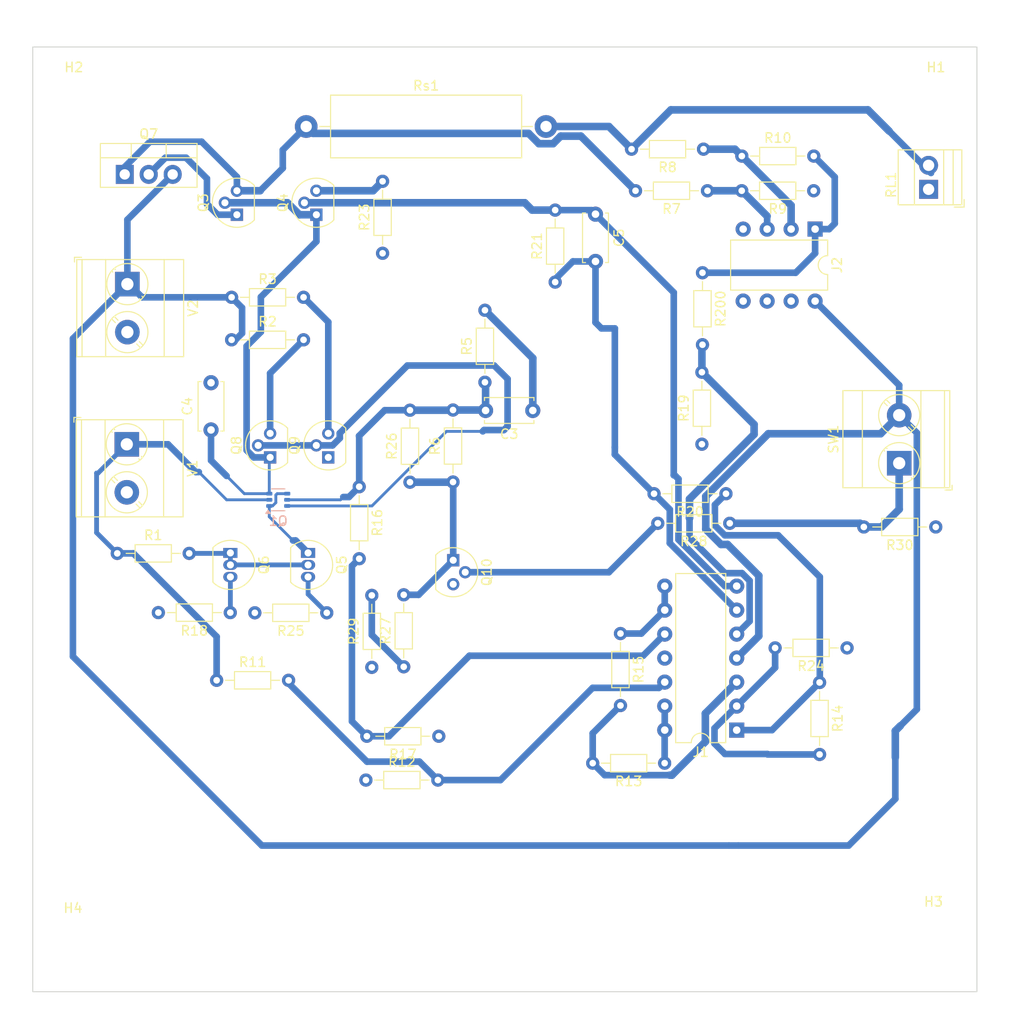
<source format=kicad_pcb>
(kicad_pcb (version 20240108) (generator "pcbnew") (generator_version "8.0")
  (layers (0 "F.Cu" signal) (31 "B.Cu" signal) (34 "B.Paste" user) (35 "F.Paste" user) (36 "B.SilkS" user "B.Silkscreen") (37 "F.SilkS" user "F.Silkscreen") (38 "B.Mask" user) (39 "F.Mask" user) (44 "Edge.Cuts" user))
  (net 0 "")
  (net 1 "Vreg")
  (net 2 "GND")
  (net 3 "Vref")
  (net 4 "Net-(R28-Pad1)")
  (net 5 "Net-(J1-Pin_3)")
  (net 6 "Vs1")
  (net 7 "Vs2")
  (net 8 "Net-(Q6-E)")
  (net 9 "Op2_V+")
  (net 10 "Op2_V-")
  (net 11 "Vref_C")
  (net 12 "Op2_Vout")
  (net 13 "Net-(Q4-E)")
  (net 14 "Net-(Q5-E)")
  (net 15 "Net-(J2-Pin_1)")
  (net 16 "Net-(J2-Pin_2)")
  (net 17 "Net-(Q10-D)")
  (net 18 "Vf")
  (net 19 "Net-(R27-Pad1)")
  (net 20 "Net-(Q10-G)")
  (net 21 "Net-(Q5-B)")
  (net 22 "Net-(Q8-E)")
  (net 23 "Net-(Q9-E)")
  (net 24 "Net-(J2-Pin_3)")
  (net 25 "Net-(J1-Pin_2)")
  (net 26 "Net-(J1-Pin_12)")
  (net 27 "Net-(J1-Pin_13)")
  (net 28 "Net-(J1-Pin_8)")
  (net 29 "Net-(J1-Pin_10)")
  (net 30 "Net-(Q1A-E1)")
  (net 31 "Net-(Q3-C)")
  (net 32 "Vb")
  (net 33 "Net-(Q1A-C1)")
  (footprint "Resistor_THT:R_Axial_DIN0204_L3.6mm_D1.6mm_P7.62mm_Horizontal" (layer "F.Cu") (at 121.81 79.24 90)
    (property "Reference" "R6" (at 3.81 -1.92 90) (layer "F.SilkS"))
    (property "Value" "2,2k")
    (pad "1" thru_hole circle (at 0 0 90) (size 1.4 1.4) (drill 0.7) (layers "*.Cu" "*.Mask") (net 17 "Net-(Q10-D)"))
    (pad "2" thru_hole oval (at 7.62 0 90) (size 1.4 1.4) (drill 0.7) (layers "*.Cu" "*.Mask") (net 18 "Vf"))
  )
  (footprint "Resistor_THT:R_Axial_DIN0204_L3.6mm_D1.6mm_P7.62mm_Horizontal" (layer "F.Cu") (at 151.12 83.61 180)
    (property "Reference" "R28" (at 3.81 -1.92 0) (layer "F.SilkS"))
    (property "Value" "1K")
    (pad "1" thru_hole circle (at 0 0 180) (size 1.4 1.4) (drill 0.7) (layers "*.Cu" "*.Mask") (net 4 "Net-(R28-Pad1)"))
    (pad "2" thru_hole oval (at 7.62 0 180) (size 1.4 1.4) (drill 0.7) (layers "*.Cu" "*.Mask") (net 20 "Net-(Q10-G)"))
  )
  (footprint "Package_TO_SOT_THT:TO-92" (layer "F.Cu") (at 102.44 76.635 90)
    (property "Reference" "Q8" (at 1.27 -3.56 90) (layer "F.SilkS"))
    (property "Value" "BC557C")
    (pad "1" thru_hole rect (at 0 0 90) (size 1.3 1.3) (drill 0.75) (layers "*.Cu" "*.Mask") (net 32 "Vb"))
    (pad "2" thru_hole circle (at 1.27 -1.27 90) (size 1.3 1.3) (drill 0.75) (layers "*.Cu" "*.Mask") (net 33 "Net-(Q1A-C1)"))
    (pad "3" thru_hole circle (at 2.54 0 90) (size 1.3 1.3) (drill 0.75) (layers "*.Cu" "*.Mask") (net 22 "Net-(Q8-E)"))
  )
  (footprint "Resistor_THT:R_Axial_DIN0204_L3.6mm_D1.6mm_P7.62mm_Horizontal" (layer "F.Cu") (at 150.72 80.48 180)
    (property "Reference" "R20" (at 3.81 -1.92 0) (layer "F.SilkS"))
    (property "Value" "2,2K")
    (pad "1" thru_hole circle (at 0 0 180) (size 1.4 1.4) (drill 0.7) (layers "*.Cu" "*.Mask") (net 11 "Vref_C"))
    (pad "2" thru_hole oval (at 7.62 0 180) (size 1.4 1.4) (drill 0.7) (layers "*.Cu" "*.Mask") (net 10 "Op2_V-"))
  )
  (footprint "Resistor_THT:R_Axial_DIN0204_L3.6mm_D1.6mm_P7.62mm_Horizontal" (layer "F.Cu") (at 160.635 100.46 -90)
    (property "Reference" "R14" (at 3.81 -1.92 90) (layer "F.SilkS"))
    (property "Value" "1K")
    (pad "1" thru_hole circle (at 0 0 270) (size 1.4 1.4) (drill 0.7) (layers "*.Cu" "*.Mask") (net 11 "Vref_C"))
    (pad "2" thru_hole oval (at 7.62 0 270) (size 1.4 1.4) (drill 0.7) (layers "*.Cu" "*.Mask") (net 25 "Net-(J1-Pin_2)"))
  )
  (footprint "Resistor_THT:R_Axial_DIN0204_L3.6mm_D1.6mm_P7.62mm_Horizontal" (layer "F.Cu") (at 98.36 64.19)
    (property "Reference" "R2" (at 3.81 -1.92 0) (layer "F.SilkS"))
    (property "Value" "100")
    (pad "1" thru_hole circle (at 0 0) (size 1.4 1.4) (drill 0.7) (layers "*.Cu" "*.Mask") (net 1 "Vreg"))
    (pad "2" thru_hole oval (at 7.62 0) (size 1.4 1.4) (drill 0.7) (layers "*.Cu" "*.Mask") (net 22 "Net-(Q8-E)"))
  )
  (footprint "Resistor_THT:R_Axial_DIN0204_L3.6mm_D1.6mm_P7.62mm_Horizontal" (layer "F.Cu") (at 98.36 59.69)
    (property "Reference" "R3" (at 3.81 -1.92 0) (layer "F.SilkS"))
    (property "Value" "100")
    (pad "1" thru_hole circle (at 0 0) (size 1.4 1.4) (drill 0.7) (layers "*.Cu" "*.Mask") (net 1 "Vreg"))
    (pad "2" thru_hole oval (at 7.62 0) (size 1.4 1.4) (drill 0.7) (layers "*.Cu" "*.Mask") (net 23 "Net-(Q9-E)"))
  )
  (footprint "Package_TO_SOT_THT:TO-92_Inline" (layer "F.Cu") (at 106.46 86.745 -90)
    (property "Reference" "Q5" (at 1.27 -3.56 90) (layer "F.SilkS"))
    (property "Value" "BC547")
    (pad "1" thru_hole rect (at 0 0 270) (size 1.05 1.5) (drill 0.75) (layers "*.Cu" "*.Mask") (net 30 "Net-(Q1A-E1)"))
    (pad "2" thru_hole oval (at 1.27 0 270) (size 1.05 1.5) (drill 0.75) (layers "*.Cu" "*.Mask") (net 21 "Net-(Q5-B)"))
    (pad "3" thru_hole oval (at 2.54 0 270) (size 1.05 1.5) (drill 0.75) (layers "*.Cu" "*.Mask") (net 14 "Net-(Q5-E)"))
  )
  (footprint "Capacitor_THT:C_Disc_D5.0mm_W2.5mm_P5.00mm" (layer "F.Cu") (at 136.9 50.89 -90)
    (property "Reference" "C5" (at 2.5 -2.5 90) (layer "F.SilkS"))
    (property "Value" "120n")
    (pad "1" thru_hole circle (at 0 0 270) (size 1.6 1.6) (drill 0.8) (layers "*.Cu" "*.Mask") (net 12 "Op2_Vout"))
    (pad "2" thru_hole circle (at 5 0 270) (size 1.6 1.6) (drill 0.8) (layers "*.Cu" "*.Mask") (net 10 "Op2_V-"))
  )
  (footprint "Resistor_THT:R_Axial_DIN0204_L3.6mm_D1.6mm_P7.62mm_Horizontal" (layer "F.Cu") (at 96.775 100.23)
    (property "Reference" "R11" (at 3.81 -1.92 0) (layer "F.SilkS"))
    (property "Value" "2,2k")
    (pad "1" thru_hole circle (at 0 0) (size 1.4 1.4) (drill 0.7) (layers "*.Cu" "*.Mask") (net 3 "Vref"))
    (pad "2" thru_hole oval (at 7.62 0) (size 1.4 1.4) (drill 0.7) (layers "*.Cu" "*.Mask") (net 26 "Net-(J1-Pin_12)"))
  )
  (footprint "Resistor_THT:R_Axial_Power_L20.0mm_W6.4mm_P25.40mm" (layer "F.Cu") (at 106.26 41.61)
    (property "Reference" "Rs1" (at 12.7 -4.32 0) (layer "F.SilkS"))
    (property "Value" "0,1K")
    (pad "1" thru_hole circle (at 0 0) (size 2.4 2.4) (drill 1.2) (layers "*.Cu" "*.Mask") (net 6 "Vs1"))
    (pad "2" thru_hole oval (at 25.4 0) (size 2.4 2.4) (drill 1.2) (layers "*.Cu" "*.Mask") (net 7 "Vs2"))
  )
  (footprint "Resistor_THT:R_Axial_DIN0204_L3.6mm_D1.6mm_P7.62mm_Horizontal" (layer "F.Cu") (at 148.34 44.01 180)
    (property "Reference" "R8" (at 3.81 -1.92 0) (layer "F.SilkS"))
    (property "Value" "2,2K")
    (pad "1" thru_hole circle (at 0 0 180) (size 1.4 1.4) (drill 0.7) (layers "*.Cu" "*.Mask") (net 16 "Net-(J2-Pin_2)"))
    (pad "2" thru_hole oval (at 7.62 0 180) (size 1.4 1.4) (drill 0.7) (layers "*.Cu" "*.Mask") (net 7 "Vs2"))
  )
  (footprint "Resistor_THT:R_Axial_DIN0204_L3.6mm_D1.6mm_P7.62mm_Horizontal" (layer "F.Cu") (at 172.94 84 180)
    (property "Reference" "R30" (at 3.81 -1.92 0) (layer "F.SilkS"))
    (property "Value" "20k")
    (pad "1" thru_hole circle (at 0 0 180) (size 1.4 1.4) (drill 0.7) (layers "*.Cu" "*.Mask") (net 2 "GND"))
    (pad "2" thru_hole oval (at 7.62 0 180) (size 1.4 1.4) (drill 0.7) (layers "*.Cu" "*.Mask") (net 4 "Net-(R28-Pad1)"))
  )
  (footprint "MountingHole:MountingHole_2.7mm_M2.5" (layer "F.Cu") (at 81.65 39.05)
    (property "Reference" "H2" (at 0 -3.7 0) (layer "F.SilkS"))
    (property "Value" "MountingHole")
    (pad "" np_thru_hole circle (at 0 0) (size 2.7 2.7) (drill 2.7) (layers "*.Cu" "*.Mask"))
  )
  (footprint "Resistor_THT:R_Axial_DIN0204_L3.6mm_D1.6mm_P7.62mm_Horizontal" (layer "F.Cu") (at 116.59 98.8 90)
    (property "Reference" "R27" (at 3.81 -1.92 90) (layer "F.SilkS"))
    (property "Value" "1,1K")
    (pad "1" thru_hole circle (at 0 0 90) (size 1.4 1.4) (drill 0.7) (layers "*.Cu" "*.Mask") (net 19 "Net-(R27-Pad1)"))
    (pad "2" thru_hole oval (at 7.62 0 90) (size 1.4 1.4) (drill 0.7) (layers "*.Cu" "*.Mask") (net 17 "Net-(Q10-D)"))
  )
  (footprint "Resistor_THT:R_Axial_DIN0204_L3.6mm_D1.6mm_P7.62mm_Horizontal" (layer "F.Cu") (at 111.875 79.74 -90)
    (property "Reference" "R16" (at 3.81 -1.92 90) (layer "F.SilkS"))
    (property "Value" "1k")
    (pad "1" thru_hole circle (at 0 0 270) (size 1.4 1.4) (drill 0.7) (layers "*.Cu" "*.Mask") (net 18 "Vf"))
    (pad "2" thru_hole oval (at 7.62 0 270) (size 1.4 1.4) (drill 0.7) (layers "*.Cu" "*.Mask") (net 29 "Net-(J1-Pin_10)"))
  )
  (footprint "Resistor_THT:R_Axial_DIN0204_L3.6mm_D1.6mm_P7.62mm_Horizontal" (layer "F.Cu") (at 144.225 109 180)
    (property "Reference" "R13" (at 3.81 -1.92 0) (layer "F.SilkS"))
    (property "Value" "1,1k")
    (pad "1" thru_hole circle (at 0 0 180) (size 1.4 1.4) (drill 0.7) (layers "*.Cu" "*.Mask") (net 27 "Net-(J1-Pin_13)"))
    (pad "2" thru_hole oval (at 7.62 0 180) (size 1.4 1.4) (drill 0.7) (layers "*.Cu" "*.Mask") (net 5 "Net-(J1-Pin_3)"))
  )
  (footprint "Resistor_THT:R_Axial_DIN0204_L3.6mm_D1.6mm_P7.62mm_Horizontal" (layer "F.Cu") (at 132.63 58.08 90)
    (property "Reference" "R21" (at 3.81 -1.92 90) (layer "F.SilkS"))
    (property "Value" "82K")
    (pad "1" thru_hole circle (at 0 0 90) (size 1.4 1.4) (drill 0.7) (layers "*.Cu" "*.Mask") (net 10 "Op2_V-"))
    (pad "2" thru_hole oval (at 7.62 0 90) (size 1.4 1.4) (drill 0.7) (layers "*.Cu" "*.Mask") (net 12 "Op2_Vout"))
  )
  (footprint "Capacitor_THT:C_Disc_D5.0mm_W2.5mm_P5.00mm" (layer "F.Cu") (at 96.18 73.73 90)
    (property "Reference" "C4" (at 2.5 -2.5 90) (layer "F.SilkS"))
    (property "Value" "22n")
    (pad "1" thru_hole circle (at 0 0 90) (size 1.6 1.6) (drill 0.8) (layers "*.Cu" "*.Mask") (net 32 "Vb"))
    (pad "2" thru_hole circle (at 5 0 90) (size 1.6 1.6) (drill 0.8) (layers "*.Cu" "*.Mask") (net 2 "GND"))
  )
  (footprint "Resistor_THT:R_Axial_DIN0204_L3.6mm_D1.6mm_P7.62mm_Horizontal" (layer "F.Cu") (at 148.17 75.24 90)
    (property "Reference" "R19" (at 3.81 -1.92 90) (layer "F.SilkS"))
    (property "Value" "82K")
    (pad "1" thru_hole circle (at 0 0 90) (size 1.4 1.4) (drill 0.7) (layers "*.Cu" "*.Mask") (net 2 "GND"))
    (pad "2" thru_hole oval (at 7.62 0 90) (size 1.4 1.4) (drill 0.7) (layers "*.Cu" "*.Mask") (net 9 "Op2_V+"))
  )
  (footprint "Resistor_THT:R_Axial_DIN0204_L3.6mm_D1.6mm_P7.62mm_Horizontal" (layer "F.Cu") (at 117.25 79.26 90)
    (property "Reference" "R26" (at 3.81 -1.92 90) (layer "F.SilkS"))
    (property "Value" "2,4k")
    (pad "1" thru_hole circle (at 0 0 90) (size 1.4 1.4) (drill 0.7) (layers "*.Cu" "*.Mask") (net 17 "Net-(Q10-D)"))
    (pad "2" thru_hole oval (at 7.62 0 90) (size 1.4 1.4) (drill 0.7) (layers "*.Cu" "*.Mask") (net 18 "Vf"))
  )
  (footprint "Resistor_THT:R_Axial_DIN0204_L3.6mm_D1.6mm_P7.62mm_Horizontal" (layer "F.Cu") (at 98.22 93.065 180)
    (property "Reference" "R18" (at 3.81 -1.92 0) (layer "F.SilkS"))
    (property "Value" "820")
    (pad "1" thru_hole circle (at 0 0 180) (size 1.4 1.4) (drill 0.7) (layers "*.Cu" "*.Mask") (net 8 "Net-(Q6-E)"))
    (pad "2" thru_hole oval (at 7.62 0 180) (size 1.4 1.4) (drill 0.7) (layers "*.Cu" "*.Mask") (net 2 "GND"))
  )
  (footprint "MountingHole:MountingHole_2.7mm_M2.5" (layer "F.Cu") (at 172.96 39.05)
    (property "Reference" "H1" (at 0 -3.7 0) (layer "F.SilkS"))
    (property "Value" "MountingHole")
    (pad "" np_thru_hole circle (at 0 0) (size 2.7 2.7) (drill 2.7) (layers "*.Cu" "*.Mask"))
  )
  (footprint "Package_DIP:DIP-14_W7.62mm" (layer "F.Cu") (at 151.855 105.5 180)
    (property "Reference" "J1" (at 3.81 -2.33 0) (layer "F.SilkS"))
    (property "Value" "Conn_02x07_Counter_Clockwise_MountingPin")
    (pad "1" thru_hole rect (at 0 0 180) (size 1.6 1.6) (drill 0.8) (layers "*.Cu" "*.Mask") (net 11 "Vref_C"))
    (pad "2" thru_hole oval (at 0 2.54 180) (size 1.6 1.6) (drill 0.8) (layers "*.Cu" "*.Mask") (net 25 "Net-(J1-Pin_2)"))
    (pad "3" thru_hole oval (at 0 5.08 180) (size 1.6 1.6) (drill 0.8) (layers "*.Cu" "*.Mask") (net 5 "Net-(J1-Pin_3)"))
    (pad "4" thru_hole oval (at 0 7.62 180) (size 1.6 1.6) (drill 0.8) (layers "*.Cu" "*.Mask") (net 1 "Vreg"))
    (pad "5" thru_hole oval (at 0 10.16 180) (size 1.6 1.6) (drill 0.8) (layers "*.Cu" "*.Mask") (net 9 "Op2_V+"))
    (pad "6" thru_hole oval (at 0 12.7 180) (size 1.6 1.6) (drill 0.8) (layers "*.Cu" "*.Mask") (net 10 "Op2_V-"))
    (pad "7" thru_hole oval (at 0 15.24 180) (size 1.6 1.6) (drill 0.8) (layers "*.Cu" "*.Mask") (net 12 "Op2_Vout"))
    (pad "8" thru_hole oval (at 7.62 15.24 180) (size 1.6 1.6) (drill 0.8) (layers "*.Cu" "*.Mask") (net 28 "Net-(J1-Pin_8)"))
    (pad "9" thru_hole oval (at 7.62 12.7 180) (size 1.6 1.6) (drill 0.8) (layers "*.Cu" "*.Mask") (net 28 "Net-(J1-Pin_8)"))
    (pad "10" thru_hole oval (at 7.62 10.16 180) (size 1.6 1.6) (drill 0.8) (layers "*.Cu" "*.Mask") (net 29 "Net-(J1-Pin_10)"))
    (pad "11" thru_hole oval (at 7.62 7.62 180) (size 1.6 1.6) (drill 0.8) (layers "*.Cu" "*.Mask") (net 2 "GND"))
    (pad "12" thru_hole oval (at 7.62 5.08 180) (size 1.6 1.6) (drill 0.8) (layers "*.Cu" "*.Mask") (net 26 "Net-(J1-Pin_12)"))
    (pad "13" thru_hole oval (at 7.62 2.54 180) (size 1.6 1.6) (drill 0.8) (layers "*.Cu" "*.Mask") (net 27 "Net-(J1-Pin_13)"))
    (pad "14" thru_hole oval (at 7.62 0 180) (size 1.6 1.6) (drill 0.8) (layers "*.Cu" "*.Mask") (net 27 "Net-(J1-Pin_13)"))
  )
  (footprint "MountingHole:MountingHole_2.7mm_M2.5" (layer "F.Cu") (at 81.56 128.04)
    (property "Reference" "H4" (at 0 -3.7 0) (layer "F.SilkS"))
    (property "Value" "MountingHole")
    (pad "" np_thru_hole circle (at 0 0) (size 2.7 2.7) (drill 2.7) (layers "*.Cu" "*.Mask"))
  )
  (footprint "Resistor_THT:R_Axial_DIN0204_L3.6mm_D1.6mm_P7.62mm_Horizontal" (layer "F.Cu") (at 163.545 96.8 180)
    (property "Reference" "R24" (at 3.81 -1.92 0) (layer "F.SilkS"))
    (property "Value" "1K")
    (pad "1" thru_hole circle (at 0 0 180) (size 1.4 1.4) (drill 0.7) (layers "*.Cu" "*.Mask") (net 2 "GND"))
    (pad "2" thru_hole oval (at 7.62 0 180) (size 1.4 1.4) (drill 0.7) (layers "*.Cu" "*.Mask") (net 25 "Net-(J1-Pin_2)"))
  )
  (footprint "Package_TO_SOT_THT:TO-92_Inline" (layer "F.Cu") (at 98.23 86.745 -90)
    (property "Reference" "Q6" (at 1.27 -3.56 90) (layer "F.SilkS"))
    (property "Value" "BC547")
    (pad "1" thru_hole rect (at 0 0 270) (size 1.05 1.5) (drill 0.75) (layers "*.Cu" "*.Mask") (net 21 "Net-(Q5-B)"))
    (pad "2" thru_hole oval (at 1.27 0 270) (size 1.05 1.5) (drill 0.75) (layers "*.Cu" "*.Mask") (net 21 "Net-(Q5-B)"))
    (pad "3" thru_hole oval (at 2.54 0 270) (size 1.05 1.5) (drill 0.75) (layers "*.Cu" "*.Mask") (net 8 "Net-(Q6-E)"))
  )
  (footprint "Resistor_THT:R_Axial_DIN0204_L3.6mm_D1.6mm_P7.62mm_Horizontal" (layer "F.Cu") (at 114.35 55.03 90)
    (property "Reference" "R23" (at 3.81 -1.92 90) (layer "F.SilkS"))
    (property "Value" "75")
    (pad "1" thru_hole circle (at 0 0 90) (size 1.4 1.4) (drill 0.7) (layers "*.Cu" "*.Mask") (net 2 "GND"))
    (pad "2" thru_hole oval (at 7.62 0 90) (size 1.4 1.4) (drill 0.7) (layers "*.Cu" "*.Mask") (net 13 "Net-(Q4-E)"))
  )
  (footprint "TerminalBlock_Phoenix:TerminalBlock_Phoenix_MKDS-3-2-5.08_1x02_P5.08mm_Horizontal" (layer "F.Cu") (at 87.32 58.295 -90)
    (property "Reference" "V2" (at 2.54 -6.96 90) (layer "F.SilkS"))
    (property "Value" "6.35")
    (pad "1" thru_hole rect (at 0 0 270) (size 2.6 2.6) (drill 1.3) (layers "*.Cu" "*.Mask") (net 1 "Vreg"))
    (pad "2" thru_hole circle (at 5.08 0 270) (size 2.6 2.6) (drill 1.3) (layers "*.Cu" "*.Mask") (net 2 "GND"))
  )
  (footprint "TerminalBlock_Phoenix:TerminalBlock_Phoenix_MKDS-3-2-5.08_1x02_P5.08mm_Horizontal" (layer "F.Cu") (at 169.065 77.245 90)
    (property "Reference" "SW1" (at 2.54 -6.96 90) (layer "F.SilkS"))
    (property "Value" "SW_DIP_x01")
    (pad "1" thru_hole rect (at 0 0 90) (size 2.6 2.6) (drill 1.3) (layers "*.Cu" "*.Mask") (net 4 "Net-(R28-Pad1)"))
    (pad "2" thru_hole circle (at 5.08 0 90) (size 2.6 2.6) (drill 1.3) (layers "*.Cu" "*.Mask") (net 1 "Vreg"))
  )
  (footprint "Resistor_THT:R_Axial_DIN0204_L3.6mm_D1.6mm_P7.62mm_Horizontal" (layer "F.Cu") (at 148.23 57.09 -90)
    (property "Reference" "R200" (at 3.81 -1.92 90) (layer "F.SilkS"))
    (property "Value" "2,2K")
    (pad "1" thru_hole circle (at 0 0 270) (size 1.4 1.4) (drill 0.7) (layers "*.Cu" "*.Mask") (net 15 "Net-(J2-Pin_1)"))
    (pad "2" thru_hole oval (at 7.62 0 270) (size 1.4 1.4) (drill 0.7) (layers "*.Cu" "*.Mask") (net 9 "Op2_V+"))
  )
  (footprint "Capacitor_THT:C_Disc_D5.0mm_W2.5mm_P5.00mm" (layer "F.Cu") (at 130.26 71.67 180)
    (property "Reference" "C3" (at 2.5 -2.5 0) (layer "F.SilkS"))
    (property "Value" "1n")
    (pad "1" thru_hole circle (at 0 0 180) (size 1.6 1.6) (drill 0.8) (layers "*.Cu" "*.Mask") (net 7 "Vs2"))
    (pad "2" thru_hole circle (at 5 0 180) (size 1.6 1.6) (drill 0.8) (layers "*.Cu" "*.Mask") (net 18 "Vf"))
  )
  (footprint "Resistor_THT:R_Axial_DIN0204_L3.6mm_D1.6mm_P7.62mm_Horizontal" (layer "F.Cu") (at 148.76 48.41 180)
    (property "Reference" "R7" (at 3.81 -1.92 0) (layer "F.SilkS"))
    (property "Value" "2,2K")
    (pad "1" thru_hole circle (at 0 0 180) (size 1.4 1.4) (drill 0.7) (layers "*.Cu" "*.Mask") (net 24 "Net-(J2-Pin_3)"))
    (pad "2" thru_hole oval (at 7.62 0 180) (size 1.4 1.4) (drill 0.7) (layers "*.Cu" "*.Mask") (net 6 "Vs1"))
  )
  (footprint "Package_TO_SOT_THT:TO-92" (layer "F.Cu") (at 98.92 50.95 90)
    (property "Reference" "Q3" (at 1.27 -3.56 90) (layer "F.SilkS"))
    (property "Value" "2N2222")
    (pad "1" thru_hole rect (at 0 0 90) (size 1.3 1.3) (drill 0.75) (layers "*.Cu" "*.Mask") (net 31 "Net-(Q3-C)"))
    (pad "2" thru_hole circle (at 1.27 -1.27 90) (size 1.3 1.3) (drill 0.75) (layers "*.Cu" "*.Mask") (net 32 "Vb"))
    (pad "3" thru_hole circle (at 2.54 0 90) (size 1.3 1.3) (drill 0.75) (layers "*.Cu" "*.Mask") (net 6 "Vs1"))
  )
  (footprint "MountingHole:MountingHole_2.7mm_M2.5" (layer "F.Cu") (at 172.7 127.37)
    (property "Reference" "H3" (at 0 -3.7 0) (layer "F.SilkS"))
    (property "Value" "MountingHole")
    (pad "" np_thru_hole circle (at 0 0) (size 2.7 2.7) (drill 2.7) (layers "*.Cu" "*.Mask"))
  )
  (footprint "Package_TO_SOT_THT:TO-92" (layer "F.Cu") (at 107.34 50.95 90)
    (property "Reference" "Q4" (at 1.27 -3.56 90) (layer "F.SilkS"))
    (property "Value" "2N2222")
    (pad "1" thru_hole rect (at 0 0 90) (size 1.3 1.3) (drill 0.75) (layers "*.Cu" "*.Mask") (net 32 "Vb"))
    (pad "2" thru_hole circle (at 1.27 -1.27 90) (size 1.3 1.3) (drill 0.75) (layers "*.Cu" "*.Mask") (net 12 "Op2_Vout"))
    (pad "3" thru_hole circle (at 2.54 0 90) (size 1.3 1.3) (drill 0.75) (layers "*.Cu" "*.Mask") (net 13 "Net-(Q4-E)"))
  )
  (footprint "TerminalBlock_Phoenix:TerminalBlock_Phoenix_MKDS-3-2-5.08_1x02_P5.08mm_Horizontal" (layer "F.Cu") (at 87.26 75.25 -90)
    (property "Reference" "V1" (at 2.54 -6.96 90) (layer "F.SilkS"))
    (property "Value" "1,2")
    (pad "1" thru_hole rect (at 0 0 270) (size 2.6 2.6) (drill 1.3) (layers "*.Cu" "*.Mask") (net 3 "Vref"))
    (pad "2" thru_hole circle (at 5.08 0 270) (size 2.6 2.6) (drill 1.3) (layers "*.Cu" "*.Mask") (net 2 "GND"))
  )
  (footprint "Resistor_THT:R_Axial_DIN0204_L3.6mm_D1.6mm_P7.62mm_Horizontal" (layer "F.Cu") (at 152.4 44.74)
    (property "Reference" "R10" (at 3.81 -1.92 0) (layer "F.SilkS"))
    (property "Value" "22K")
    (pad "1" thru_hole circle (at 0 0) (size 1.4 1.4) (drill 0.7) (layers "*.Cu" "*.Mask") (net 16 "Net-(J2-Pin_2)"))
    (pad "2" thru_hole oval (at 7.62 0) (size 1.4 1.4) (drill 0.7) (layers "*.Cu" "*.Mask") (net 15 "Net-(J2-Pin_1)"))
  )
  (footprint "Resistor_THT:R_Axial_DIN0204_L3.6mm_D1.6mm_P7.62mm_Horizontal" (layer "F.Cu") (at 120.305 106.15 180)
    (property "Reference" "R17" (at 3.81 -1.92 0) (layer "F.SilkS"))
    (property "Value" "11k")
    (pad "1" thru_hole circle (at 0 0 180) (size 1.4 1.4) (drill 0.7) (layers "*.Cu" "*.Mask") (net 2 "GND"))
    (pad "2" thru_hole oval (at 7.62 0 180) (size 1.4 1.4) (drill 0.7) (layers "*.Cu" "*.Mask") (net 29 "Net-(J1-Pin_10)"))
  )
  (footprint "Package_TO_SOT_THT:TO-220-3_Vertical" (layer "F.Cu") (at 87.04 46.68)
    (property "Reference" "Q7" (at 2.54 -4.27 0) (layer "F.SilkS"))
    (property "Value" "TIP42C")
    (pad "1" thru_hole rect (at 0 0) (size 1.905 2) (drill 1.1) (layers "*.Cu" "*.Mask") (net 6 "Vs1"))
    (pad "2" thru_hole oval (at 2.54 0) (size 1.905 2) (drill 1.1) (layers "*.Cu" "*.Mask") (net 31 "Net-(Q3-C)"))
    (pad "3" thru_hole oval (at 5.08 0) (size 1.905 2) (drill 1.1) (layers "*.Cu" "*.Mask") (net 1 "Vreg"))
  )
  (footprint "Resistor_THT:R_Axial_DIN0204_L3.6mm_D1.6mm_P7.62mm_Horizontal" (layer "F.Cu") (at 112.585 110.79)
    (property "Reference" "R12" (at 3.81 -1.92 0) (layer "F.SilkS"))
    (property "Value" "910")
    (pad "1" thru_hole circle (at 0 0) (size 1.4 1.4) (drill 0.7) (layers "*.Cu" "*.Mask") (net 2 "GND"))
    (pad "2" thru_hole oval (at 7.62 0) (size 1.4 1.4) (drill 0.7) (layers "*.Cu" "*.Mask") (net 26 "Net-(J1-Pin_12)"))
  )
  (footprint "TerminalBlock:TerminalBlock_Xinya_XY308-2.54-2P_1x02_P2.54mm_Horizontal" (layer "F.Cu") (at 172.18 48.26 90)
    (property "Reference" "RL1" (at 0.46 -3.965 90) (layer "F.SilkS"))
    (property "Value" "R")
    (pad "1" thru_hole rect (at 0 0 90) (size 2 2) (drill 1.2) (layers "*.Cu" "*.Mask") (net 2 "GND"))
    (pad "2" thru_hole circle (at 2.54 0 90) (size 2 2) (drill 1.2) (layers "*.Cu" "*.Mask") (net 7 "Vs2"))
  )
  (footprint "Package_TO_SOT_THT:TO-92" (layer "F.Cu") (at 121.83 87.52 -90)
    (property "Reference" "Q10" (at 1.27 -3.56 90) (layer "F.SilkS"))
    (property "Value" "BS170")
    (pad "1" thru_hole rect (at 0 0 270) (size 1.3 1.3) (drill 0.75) (layers "*.Cu" "*.Mask") (net 17 "Net-(Q10-D)"))
    (pad "2" thru_hole circle (at 1.27 -1.27 270) (size 1.3 1.3) (drill 0.75) (layers "*.Cu" "*.Mask") (net 20 "Net-(Q10-G)"))
    (pad "3" thru_hole circle (at 2.54 0 270) (size 1.3 1.3) (drill 0.75) (layers "*.Cu" "*.Mask") (net 2 "GND"))
  )
  (footprint "Resistor_THT:R_Axial_DIN0204_L3.6mm_D1.6mm_P7.62mm_Horizontal" (layer "F.Cu") (at 108.44 93.085 180)
    (property "Reference" "R25" (at 3.81 -1.92 0) (layer "F.SilkS"))
    (property "Value" "820")
    (pad "1" thru_hole circle (at 0 0 180) (size 1.4 1.4) (drill 0.7) (layers "*.Cu" "*.Mask") (net 14 "Net-(Q5-E)"))
    (pad "2" thru_hole oval (at 7.62 0 180) (size 1.4 1.4) (drill 0.7) (layers "*.Cu" "*.Mask") (net 2 "GND"))
  )
  (footprint "Resistor_THT:R_Axial_DIN0204_L3.6mm_D1.6mm_P7.62mm_Horizontal" (layer "F.Cu") (at 113.21 98.86 90)
    (property "Reference" "R29" (at 3.81 -1.92 90) (layer "F.SilkS"))
    (property "Value" "20")
    (pad "1" thru_hole circle (at 0 0 90) (size 1.4 1.4) (drill 0.7) (layers "*.Cu" "*.Mask") (net 2 "GND"))
    (pad "2" thru_hole oval (at 7.62 0 90) (size 1.4 1.4) (drill 0.7) (layers "*.Cu" "*.Mask") (net 19 "Net-(R27-Pad1)"))
  )
  (footprint "Resistor_THT:R_Axial_DIN0204_L3.6mm_D1.6mm_P7.62mm_Horizontal" (layer "F.Cu") (at 125.19 68.68 90)
    (property "Reference" "R5" (at 3.81 -1.92 90) (layer "F.SilkS"))
    (property "Value" "3,3K")
    (pad "1" thru_hole circle (at 0 0 90) (size 1.4 1.4) (drill 0.7) (layers "*.Cu" "*.Mask") (net 18 "Vf"))
    (pad "2" thru_hole oval (at 7.62 0 90) (size 1.4 1.4) (drill 0.7) (layers "*.Cu" "*.Mask") (net 7 "Vs2"))
  )
  (footprint "Package_DIP:DIP-8_W7.62mm" (layer "F.Cu") (at 160.16 52.47 -90)
    (property "Reference" "J2" (at 3.81 -2.33 90) (layer "F.SilkS"))
    (property "Value" "OP295")
    (pad "1" thru_hole rect (at 0 0 270) (size 1.6 1.6) (drill 0.8) (layers "*.Cu" "*.Mask") (net 15 "Net-(J2-Pin_1)"))
    (pad "2" thru_hole oval (at 0 2.54 270) (size 1.6 1.6) (drill 0.8) (layers "*.Cu" "*.Mask") (net 16 "Net-(J2-Pin_2)"))
    (pad "3" thru_hole oval (at 0 5.08 270) (size 1.6 1.6) (drill 0.8) (layers "*.Cu" "*.Mask") (net 24 "Net-(J2-Pin_3)"))
    (pad "4" thru_hole oval (at 0 7.62 270) (size 1.6 1.6) (drill 0.8) (layers "*.Cu" "*.Mask") (net 2 "GND"))
    (pad "5" thru_hole oval (at 7.62 7.62 270) (size 1.6 1.6) (drill 0.8) (layers "*.Cu" "*.Mask"))
    (pad "6" thru_hole oval (at 7.62 5.08 270) (size 1.6 1.6) (drill 0.8) (layers "*.Cu" "*.Mask"))
    (pad "7" thru_hole oval (at 7.62 2.54 270) (size 1.6 1.6) (drill 0.8) (layers "*.Cu" "*.Mask"))
    (pad "8" thru_hole oval (at 7.62 0 270) (size 1.6 1.6) (drill 0.8) (layers "*.Cu" "*.Mask") (net 1 "Vreg"))
  )
  (footprint "Package_TO_SOT_THT:TO-92" (layer "F.Cu") (at 108.6 76.635 90)
    (property "Reference" "Q9" (at 1.27 -3.56 90) (layer "F.SilkS"))
    (property "Value" "BC557C")
    (pad "1" thru_hole rect (at 0 0 90) (size 1.3 1.3) (drill 0.75) (layers "*.Cu" "*.Mask") (net 33 "Net-(Q1A-C1)"))
    (pad "2" thru_hole circle (at 1.27 -1.27 90) (size 1.3 1.3) (drill 0.75) (layers "*.Cu" "*.Mask") (net 33 "Net-(Q1A-C1)"))
    (pad "3" thru_hole circle (at 2.54 0 90) (size 1.3 1.3) (drill 0.75) (layers "*.Cu" "*.Mask") (net 23 "Net-(Q9-E)"))
  )
  (footprint "Resistor_THT:R_Axial_DIN0204_L3.6mm_D1.6mm_P7.62mm_Horizontal" (layer "F.Cu") (at 160.01 48.41 180)
    (property "Reference" "R9" (at 3.81 -1.92 0) (layer "F.SilkS"))
    (property "Value" "22K")
    (pad "1" thru_hole circle (at 0 0 180) (size 1.4 1.4) (drill 0.7) (layers "*.Cu" "*.Mask") (net 2 "GND"))
    (pad "2" thru_hole oval (at 7.62 0 180) (size 1.4 1.4) (drill 0.7) (layers "*.Cu" "*.Mask") (net 24 "Net-(J2-Pin_3)"))
  )
  (footprint "Resistor_THT:R_Axial_DIN0204_L3.6mm_D1.6mm_P7.62mm_Horizontal" (layer "F.Cu") (at 139.545 95.28 -90)
    (property "Reference" "R15" (at 3.81 -1.92 90) (layer "F.SilkS"))
    (property "Value" "1k")
    (pad "1" thru_hole circle (at 0 0 270) (size 1.4 1.4) (drill 0.7) (layers "*.Cu" "*.Mask") (net 28 "Net-(J1-Pin_8)"))
    (pad "2" thru_hole oval (at 7.62 0 270) (size 1.4 1.4) (drill 0.7) (layers "*.Cu" "*.Mask") (net 5 "Net-(J1-Pin_3)"))
  )
  (footprint "Resistor_THT:R_Axial_DIN0204_L3.6mm_D1.6mm_P7.62mm_Horizontal" (layer "F.Cu") (at 86.25 86.795)
    (property "Reference" "R1" (at 3.81 -1.92 0) (layer "F.SilkS"))
    (property "Value" "100")
    (pad "1" thru_hole circle (at 0 0) (size 1.4 1.4) (drill 0.7) (layers "*.Cu" "*.Mask") (net 3 "Vref"))
    (pad "2" thru_hole oval (at 7.62 0) (size 1.4 1.4) (drill 0.7) (layers "*.Cu" "*.Mask") (net 21 "Net-(Q5-B)"))
  )
  (footprint "Package_TO_SOT_SMD:SOT-363_SC-70-6" (layer "B.Cu") (at 103.3 81.125)
    (property "Reference" "Q1" (at 0 2.25 0) (layer "B.SilkS") (effects (justify mirror)))
    (property "Value" "BC847BPN")
    (pad "1" smd roundrect (at -0.95 0.65) (size 0.65 0.4) (layers "B.Cu" "B.Paste" "B.Mask") (net 30 "Net-(Q1A-E1)"))
    (pad "2" smd roundrect (at -0.95 0) (size 0.65 0.4) (layers "B.Cu" "B.Paste" "B.Mask") (net 3 "Vref"))
    (pad "3" smd roundrect (at -0.95 -0.65) (size 0.65 0.4) (layers "B.Cu" "B.Paste" "B.Mask") (net 32 "Vb"))
    (pad "4" smd roundrect (at 0.95 -0.65) (size 0.65 0.4) (layers "B.Cu" "B.Paste" "B.Mask") (net 30 "Net-(Q1A-E1)"))
    (pad "5" smd roundrect (at 0.95 0) (size 0.65 0.4) (layers "B.Cu" "B.Paste" "B.Mask") (net 18 "Vf"))
    (pad "6" smd roundrect (at 0.95 0.65) (size 0.65 0.4) (layers "B.Cu" "B.Paste" "B.Mask") (net 33 "Net-(Q1A-C1)"))
  )
  (gr_rect (start 77.3 33.19) (end 177.3 133.19) (stroke (width 0.1)) (fill none) (layer "Edge.Cuts"))
  (segment (start 169.185 105.05) (end 170.935 103.3) (width 0.7) (layer "B.Cu") (net 1))
  (segment (start 81.555 64.06) (end 81.555 97.71) (width 0.7) (layer "B.Cu") (net 1))
  (segment (start 169.065 72.165) (end 169.065 68.995) (width 0.7) (layer "B.Cu") (net 1))
  (segment (start 170.935 74.035) (end 169.065 72.165) (width 0.7) (layer "B.Cu") (net 1))
  (segment (start 148.58 80.753238) (end 155.203238 74.13) (width 0.8) (layer "B.Cu") (net 1))
  (segment (start 88.87 59.69) (end 98.36 59.69) (width 0.7) (layer "B.Cu") (net 1))
  (segment (start 99.47 60.8) (end 99.47 63.49) (width 0.7) (layer "B.Cu") (net 1))
  (segment (start 170.935 103.3) (end 170.935 74.035) (width 0.7) (layer "B.Cu") (net 1))
  (segment (start 87.32 51.48) (end 92.12 46.68) (width 0.7) (layer "B.Cu") (net 1))
  (segment (start 148.58 84.23784) (end 148.58 80.753238) (width 0.8) (layer "B.Cu") (net 1))
  (segment (start 163.715 117.72) (end 168.655 112.78) (width 0.7) (layer "B.Cu") (net 1))
  (segment (start 150.89 85.85) (end 150.19216 85.85) (width 0.8) (layer "B.Cu") (net 1))
  (segment (start 167.1 74.13) (end 169.065 72.165) (width 0.8) (layer "B.Cu") (net 1))
  (segment (start 154.195 89.155) (end 150.89 85.85) (width 0.8) (layer "B.Cu") (net 1))
  (segment (start 168.655 105.58) (end 169.185 105.05) (width 0.8) (layer "B.Cu") (net 1))
  (segment (start 99.47 63.49) (end 98.77 64.19) (width 0.7) (layer "B.Cu") (net 1))
  (segment (start 98.36 59.69) (end 99.47 60.8) (width 0.7) (layer "B.Cu") (net 1))
  (segment (start 155.203238 74.13) (end 167.1 74.13) (width 0.8) (layer "B.Cu") (net 1))
  (segment (start 87.32 58.295) (end 87.475 58.295) (width 0.7) (layer "B.Cu") (net 1))
  (segment (start 101.565 117.72) (end 151.03 117.72) (width 0.7) (layer "B.Cu") (net 1))
  (segment (start 151.03 117.72) (end 152.03 117.72) (width 0.7) (layer "B.Cu") (net 1))
  (segment (start 87.475 58.295) (end 88.87 59.69) (width 0.7) (layer "B.Cu") (net 1))
  (segment (start 152.03 117.72) (end 163.715 117.72) (width 0.7) (layer "B.Cu") (net 1))
  (segment (start 81.555 97.71) (end 101.565 117.72) (width 0.7) (layer "B.Cu") (net 1))
  (segment (start 98.77 64.19) (end 98.36 64.19) (width 0.7) (layer "B.Cu") (net 1))
  (segment (start 151.855 97.88) (end 154.195 95.54) (width 0.8) (layer "B.Cu") (net 1))
  (segment (start 154.195 95.54) (end 154.195 89.155) (width 0.8) (layer "B.Cu") (net 1))
  (segment (start 168.655 108.39) (end 168.655 105.58) (width 0.8) (layer "B.Cu") (net 1))
  (segment (start 169.065 68.995) (end 160.16 60.09) (width 0.7) (layer "B.Cu") (net 1))
  (segment (start 87.32 58.295) (end 81.555 64.06) (width 0.7) (layer "B.Cu") (net 1))
  (segment (start 168.655 112.78) (end 168.655 108.39) (width 0.7) (layer "B.Cu") (net 1))
  (segment (start 87.32 58.295) (end 87.32 51.48) (width 0.7) (layer "B.Cu") (net 1))
  (segment (start 150.19216 85.85) (end 148.58 84.23784) (width 0.8) (layer "B.Cu") (net 1))
  (segment (start 84.06 78.295) (end 84.06 84.605) (width 0.508) (layer "B.Cu") (net 3))
  (segment (start 96.775 95.61) (end 87.96 86.795) (width 0.7) (layer "B.Cu") (net 3))
  (segment (start 94.56 78.185) (end 91.625 75.25) (width 0.7) (layer "B.Cu") (net 3))
  (segment (start 102.35 81.125) (end 97.83 81.125) (width 0.3) (layer "B.Cu") (net 3))
  (segment (start 84.06 84.605) (end 86.25 86.795) (width 0.508) (layer "B.Cu") (net 3))
  (segment (start 91.625 75.25) (end 87.26 75.25) (width 0.7) (layer "B.Cu") (net 3))
  (segment (start 87.26 75.25) (end 84.215 78.295) (width 0.508) (layer "B.Cu") (net 3))
  (segment (start 96.775 100.23) (end 96.775 95.61) (width 0.7) (layer "B.Cu") (net 3))
  (segment (start 84.215 78.295) (end 84.06 78.295) (width 0.508) (layer "B.Cu") (net 3))
  (segment (start 87.96 86.795) (end 86.25 86.795) (width 0.7) (layer "B.Cu") (net 3))
  (segment (start 97.83 81.125) (end 94.89 78.185) (width 0.3) (layer "B.Cu") (net 3))
  (segment (start 94.89 78.185) (end 94.56 78.185) (width 0.7) (layer "B.Cu") (net 3))
  (segment (start 165.32 84) (end 167.19 84) (width 0.8) (layer "B.Cu") (net 4))
  (segment (start 151.12 83.61) (end 164.93 83.61) (width 0.8) (layer "B.Cu") (net 4))
  (segment (start 169.065 82.125) (end 169.065 77.245) (width 0.8) (layer "B.Cu") (net 4))
  (segment (start 167.19 84) (end 169.065 82.125) (width 0.8) (layer "B.Cu") (net 4))
  (segment (start 164.93 83.61) (end 165.32 84) (width 0.8) (layer "B.Cu") (net 4))
  (segment (start 145 110.27) (end 148.535 106.735) (width 0.8) (layer "B.Cu") (net 5))
  (segment (start 137.875 110.27) (end 144.751052 110.27) (width 0.7) (layer "B.Cu") (net 5))
  (segment (start 144.751052 110.27) (end 145 110.27) (width 0.8) (layer "B.Cu") (net 5))
  (segment (start 148.535 106.735) (end 148.535 103.74) (width 0.8) (layer "B.Cu") (net 5))
  (segment (start 148.535 103.74) (end 151.855 100.42) (width 0.8) (layer "B.Cu") (net 5))
  (segment (start 136.605 105.84) (end 139.545 102.9) (width 0.7) (layer "B.Cu") (net 5))
  (segment (start 151.855 100.42) (end 151.855 100.89) (width 0.7) (layer "B.Cu") (net 5))
  (segment (start 136.605 109) (end 137.875 110.27) (width 0.7) (layer "B.Cu") (net 5))
  (segment (start 136.605 109) (end 136.605 105.84) (width 0.7) (layer "B.Cu") (net 5))
  (segment (start 87.04 45.89) (end 87.04 46.68) (width 0.7) (layer "B.Cu") (net 6))
  (segment (start 133.213869 42.63) (end 132.413869 43.43) (width 0.8) (layer "B.Cu") (net 6))
  (segment (start 129.816131 42.34) (end 106.99 42.34) (width 0.8) (layer "B.Cu") (net 6))
  (segment (start 98.92 48.41) (end 101.39 48.41) (width 0.8) (layer "B.Cu") (net 6))
  (segment (start 106.99 42.34) (end 106.26 41.61) (width 0.8) (layer "B.Cu") (net 6))
  (segment (start 98.92 46.95) (end 95.19 43.22) (width 0.7) (layer "B.Cu") (net 6))
  (segment (start 98.92 48.41) (end 98.92 46.95) (width 0.7) (layer "B.Cu") (net 6))
  (segment (start 132.413869 43.43) (end 130.906131 43.43) (width 0.8) (layer "B.Cu") (net 6))
  (segment (start 141.14 48.41) (end 135.36 42.63) (width 0.8) (layer "B.Cu") (net 6))
  (segment (start 130.906131 43.43) (end 129.816131 42.34) (width 0.8) (layer "B.Cu") (net 6))
  (segment (start 89.71 43.22) (end 87.04 45.89) (width 0.7) (layer "B.Cu") (net 6))
  (segment (start 135.36 42.63) (end 133.213869 42.63) (width 0.8) (layer "B.Cu") (net 6))
  (segment (start 101.39 48.41) (end 103.78 46.02) (width 0.7) (layer "B.Cu") (net 6))
  (segment (start 103.78 46.02) (end 103.78 44.09) (width 0.7) (layer "B.Cu") (net 6))
  (segment (start 103.78 44.09) (end 106.26 41.61) (width 0.7) (layer "B.Cu") (net 6))
  (segment (start 95.19 43.22) (end 89.71 43.22) (width 0.7) (layer "B.Cu") (net 6))
  (segment (start 144.88 39.85) (end 165.755 39.85) (width 0.8) (layer "B.Cu") (net 7))
  (segment (start 130.26 66.13) (end 125.19 61.06) (width 0.8) (layer "B.Cu") (net 7))
  (segment (start 131.66 41.61) (end 138.32 41.61) (width 0.8) (layer "B.Cu") (net 7))
  (segment (start 165.755 39.85) (end 168.0025 42.0975) (width 0.8) (layer "B.Cu") (net 7))
  (segment (start 138.32 41.61) (end 140.72 44.01) (width 0.8) (layer "B.Cu") (net 7))
  (segment (start 168.0025 42.0975) (end 172.435 46.53) (width 0.7) (layer "B.Cu") (net 7))
  (segment (start 130.26 71.67) (end 130.26 66.13) (width 0.8) (layer "B.Cu") (net 7))
  (segment (start 166.885 40.98) (end 168.0025 42.0975) (width 0.7) (layer "B.Cu") (net 7))
  (segment (start 140.72 44.01) (end 144.88 39.85) (width 0.8) (layer "B.Cu") (net 7))
  (segment (start 98.23 93.055) (end 98.22 93.065) (width 0.508) (layer "B.Cu") (net 8))
  (segment (start 98.23 89.285) (end 98.23 93.055) (width 0.508) (layer "B.Cu") (net 8))
  (segment (start 146.86 85.13) (end 146.86 83.06) (width 0.7) (layer "B.Cu") (net 9))
  (segment (start 152.422473 88.89) (end 150.62 88.89) (width 0.7) (layer "B.Cu") (net 9))
  (segment (start 148.23 67.56) (end 148.17 67.62) (width 0.7) (layer "B.Cu") (net 9))
  (segment (start 153.225 89.692527) (end 152.422473 88.89) (width 0.7) (layer "B.Cu") (net 9))
  (segment (start 153.7 73.15) (end 148.17 67.62) (width 0.8) (layer "B.Cu") (net 9))
  (segment (start 148.17 67.62) (end 148.17 64.77) (width 0.8) (layer "B.Cu") (net 9))
  (segment (start 153.7 74.19074) (end 153.7 73.15) (width 0.8) (layer "B.Cu") (net 9))
  (segment (start 146.86 83.06) (end 146.86 81.03074) (width 0.8) (layer "B.Cu") (net 9))
  (segment (start 148.17 64.77) (end 148.23 64.71) (width 0.8) (layer "B.Cu") (net 9))
  (segment (start 151.855 95.34) (end 153.225 93.97) (width 0.7) (layer "B.Cu") (net 9))
  (segment (start 146.86 83.06) (end 146.85 83.05) (width 0.8) (layer "B.Cu") (net 9))
  (segment (start 146.86 81.03074) (end 153.7 74.19074) (width 0.8) (layer "B.Cu") (net 9))
  (segment (start 153.225 93.97) (end 153.225 89.692527) (width 0.7) (layer "B.Cu") (net 9))
  (segment (start 150.62 88.89) (end 146.86 85.13) (width 0.7) (layer "B.Cu") (net 9))
  (segment (start 144.77 82.15) (end 143.1 80.48) (width 0.7) (layer "B.Cu") (net 10))
  (segment (start 136.9 62.35) (end 136.9 55.89) (width 0.7) (layer "B.Cu") (net 10))
  (segment (start 138.950001 75.567847) (end 138.95 62.98) (width 0.7) (layer "B.Cu") (net 10))
  (segment (start 138.95 62.98) (end 137.53 62.98) (width 0.7) (layer "B.Cu") (net 10))
  (segment (start 138.950001 76.330001) (end 138.950001 75.567847) (width 0.7) (layer "B.Cu") (net 10))
  (segment (start 132.63 57.77) (end 134.51 55.89) (width 0.7) (layer "B.Cu") (net 10))
  (segment (start 137.53 62.98) (end 136.9 62.35) (width 0.7) (layer "B.Cu") (net 10))
  (segment (start 144.77 85.715) (end 144.77 82.15) (width 0.7) (layer "B.Cu") (net 10))
  (segment (start 143.1 80.48) (end 138.950001 76.330001) (width 0.7) (layer "B.Cu") (net 10))
  (segment (start 151.855 92.8) (end 144.77 85.715) (width 0.7) (layer "B.Cu") (net 10))
  (segment (start 132.63 58.08) (end 132.63 57.77) (width 0.7) (layer "B.Cu") (net 10))
  (segment (start 134.51 55.89) (end 136.9 55.89) (width 0.7) (layer "B.Cu") (net 10))
  (segment (start 151.855 105.5) (end 155.595 105.5) (width 0.7) (layer "B.Cu") (net 11))
  (segment (start 156.25 84.88) (end 150.593948 84.88) (width 0.7) (layer "B.Cu") (net 11))
  (segment (start 150.593948 84.88) (end 149.55 83.836052) (width 0.7) (layer "B.Cu") (net 11))
  (segment (start 160.66 100.435) (end 160.66 89.29) (width 0.7) (layer "B.Cu") (net 11))
  (segment (start 149.55 81.65) (end 150.72 80.48) (width 0.7) (layer "B.Cu") (net 11))
  (segment (start 160.66 89.29) (end 156.25 84.88) (width 0.7) (layer "B.Cu") (net 11))
  (segment (start 149.55 83.836052) (end 149.55 81.65) (width 0.7) (layer "B.Cu") (net 11))
  (segment (start 155.595 105.5) (end 160.635 100.46) (width 0.7) (layer "B.Cu") (net 11))
  (segment (start 160.635 100.46) (end 160.66 100.435) (width 0.7) (layer "B.Cu") (net 11))
  (segment (start 151.855 90.26) (end 150.616076 90.26) (width 0.7) (layer "B.Cu") (net 12))
  (segment (start 145.69 78.92) (end 145.29 78.52) (width 0.7) (layer "B.Cu") (net 12))
  (segment (start 150.616076 90.26) (end 145.69 85.333924) (width 0.7) (layer "B.Cu") (net 12))
  (segment (start 145.19 78.52) (end 145.19 59.18) (width 0.7) (layer "B.Cu") (net 12))
  (segment (start 106.07 49.68) (end 129.41 49.68) (width 0.8) (layer "B.Cu") (net 12))
  (segment (start 132.63 50.46) (end 136.47 50.46) (width 0.7) (layer "B.Cu") (net 12))
  (segment (start 145.19 59.18) (end 136.9 50.89) (width 0.7) (layer "B.Cu") (net 12))
  (segment (start 145.69 85.333924) (end 145.69 78.92) (width 0.7) (layer "B.Cu") (net 12))
  (segment (start 129.41 49.68) (end 130.19 50.46) (width 0.8) (layer "B.Cu") (net 12))
  (segment (start 145.29 78.52) (end 145.19 78.52) (width 0.7) (layer "B.Cu") (net 12))
  (segment (start 130.19 50.46) (end 132.63 50.46) (width 0.8) (layer "B.Cu") (net 12))
  (segment (start 136.47 50.46) (end 136.9 50.89) (width 0.7) (layer "B.Cu") (net 12))
  (segment (start 113.35 48.41) (end 114.35 47.41) (width 0.8) (layer "B.Cu") (net 13))
  (segment (start 107.34 48.41) (end 113.35 48.41) (width 0.8) (layer "B.Cu") (net 13))
  (segment (start 106.46 91.105) (end 108.44 93.085) (width 0.508) (layer "B.Cu") (net 14))
  (segment (start 106.46 89.285) (end 106.46 91.105) (width 0.508) (layer "B.Cu") (net 14))
  (segment (start 158.1 57.09) (end 160.16 55.03) (width 0.7) (layer "B.Cu") (net 15))
  (segment (start 162.24 51.88) (end 161.65 52.47) (width 0.7) (layer "B.Cu") (net 15))
  (segment (start 160.02 44.74) (end 162.24 46.96) (width 0.7) (layer "B.Cu") (net 15))
  (segment (start 161.65 52.47) (end 160.16 52.47) (width 0.7) (layer "B.Cu") (net 15))
  (segment (start 148.23 57.09) (end 158.1 57.09) (width 0.7) (layer "B.Cu") (net 15))
  (segment (start 162.24 46.96) (end 162.24 51.88) (width 0.7) (layer "B.Cu") (net 15))
  (segment (start 160.16 55.03) (end 160.16 52.47) (width 0.7) (layer "B.Cu") (net 15))
  (segment (start 152.4 44.923948) (end 152.4 44.74) (width 0.7) (layer "B.Cu") (net 16))
  (segment (start 151.67 44.01) (end 152.4 44.74) (width 0.8) (layer "B.Cu") (net 16))
  (segment (start 148.34 44.01) (end 151.67 44.01) (width 0.8) (layer "B.Cu") (net 16))
  (segment (start 157.62 49.96) (end 157.62 52.47) (width 0.8) (layer "B.Cu") (net 16))
  (segment (start 152.4 44.74) (end 157.62 49.96) (width 0.8) (layer "B.Cu") (net 16))
  (segment (start 116.59 91.18) (end 118.17 91.18) (width 0.7) (layer "B.Cu") (net 17))
  (segment (start 118.17 91.18) (end 121.83 87.52) (width 0.7) (layer "B.Cu") (net 17))
  (segment (start 121.79 79.26) (end 121.81 79.24) (width 0.8) (layer "B.Cu") (net 17))
  (segment (start 121.83 79.26) (end 121.81 79.24) (width 0.7) (layer "B.Cu") (net 17))
  (segment (start 121.77 79.2) (end 121.81 79.24) (width 0.7) (layer "B.Cu") (net 17))
  (segment (start 117.25 79.26) (end 121.79 79.26) (width 0.8) (layer "B.Cu") (net 17))
  (segment (start 121.83 87.52) (end 121.83 79.26) (width 0.7) (layer "B.Cu") (net 17))
  (segment (start 125.26 71.67) (end 125.26 68.75) (width 0.8) (layer "B.Cu") (net 18))
  (segment (start 121.81 71.62) (end 125.21 71.62) (width 0.8) (layer "B.Cu") (net 18))
  (segment (start 125.26 68.75) (end 125.19 68.68) (width 0.8) (layer "B.Cu") (net 18))
  (segment (start 110.185 80.83) (end 109.89 81.125) (width 0.3) (layer "B.Cu") (net 18))
  (segment (start 111.86 74.36) (end 114.58 71.64) (width 0.7) (layer "B.Cu") (net 18))
  (segment (start 121.79 71.64) (end 121.81 71.62) (width 0.8) (layer "B.Cu") (net 18))
  (segment (start 110.785 80.83) (end 110.185 80.83) (width 0.7) (layer "B.Cu") (net 18))
  (segment (start 111.875 79.74) (end 110.785 80.83) (width 0.7) (layer "B.Cu") (net 18))
  (segment (start 109.89 81.125) (end 104.25 81.125) (width 0.3) (layer "B.Cu") (net 18))
  (segment (start 125.21 71.62) (end 125.26 71.67) (width 0.8) (layer "B.Cu") (net 18))
  (segment (start 111.86 74.36) (end 111.875 74.375) (width 0.7) (layer "B.Cu") (net 18))
  (segment (start 114.58 71.64) (end 117.25 71.64) (width 0.7) (layer "B.Cu") (net 18))
  (segment (start 111.875 74.375) (end 111.875 79.74) (width 0.7) (layer "B.Cu") (net 18))
  (segment (start 117.25 71.64) (end 121.79 71.64) (width 0.8) (layer "B.Cu") (net 18))
  (segment (start 113.21 91.24) (end 113.21 95.42) (width 0.7) (layer "B.Cu") (net 19))
  (segment (start 113.21 95.42) (end 116.59 98.8) (width 0.7) (layer "B.Cu") (net 19))
  (segment (start 123.1 88.79) (end 138.32 88.79) (width 0.7) (layer "B.Cu") (net 20))
  (segment (start 138.32 88.79) (end 143.5 83.61) (width 0.7) (layer "B.Cu") (net 20))
  (segment (start 93.87 86.795) (end 98.18 86.795) (width 0.508) (layer "B.Cu") (net 21))
  (segment (start 98.23 88.015) (end 106.46 88.015) (width 0.508) (layer "B.Cu") (net 21))
  (segment (start 98.23 88.015) (end 98.23 86.745) (width 0.508) (layer "B.Cu") (net 21))
  (segment (start 98.18 86.795) (end 98.23 86.745) (width 0.508) (layer "B.Cu") (net 21))
  (segment (start 102.44 74.095) (end 102.44 67.73) (width 0.7) (layer "B.Cu") (net 22))
  (segment (start 102.44 67.73) (end 105.98 64.19) (width 0.7) (layer "B.Cu") (net 22))
  (segment (start 108.6 62.31) (end 105.98 59.69) (width 0.7) (layer "B.Cu") (net 23))
  (segment (start 108.6 74.095) (end 108.6 62.31) (width 0.7) (layer "B.Cu") (net 23))
  (segment (start 155.08 52.47) (end 155.08 51.1) (width 0.7) (layer "B.Cu") (net 24))
  (segment (start 148.76 48.41) (end 152.39 48.41) (width 0.8) (layer "B.Cu") (net 24))
  (segment (start 152.39 48.41) (end 155.08 51.1) (width 0.8) (layer "B.Cu") (net 24))
  (segment (start 155.095 108.03) (end 155.145 108.08) (width 0.7) (layer "B.Cu") (net 25))
  (segment (start 155.925 98.89) (end 155.925 96.8) (width 0.7) (layer "B.Cu") (net 25))
  (segment (start 149.505 105.31) (end 151.855 102.96) (width 0.7) (layer "B.Cu") (net 25))
  (segment (start 149.505 106.92) (end 149.505 105.31) (width 0.7) (layer "B.Cu") (net 25))
  (segment (start 150.615 108.03) (end 149.505 106.92) (width 0.7) (layer "B.Cu") (net 25))
  (segment (start 155.145 108.08) (end 160.635 108.08) (width 0.7) (layer "B.Cu") (net 25))
  (segment (start 155.095 108.03) (end 150.615 108.03) (width 0.7) (layer "B.Cu") (net 25))
  (segment (start 151.855 102.96) (end 155.925 98.89) (width 0.7) (layer "B.Cu") (net 25))
  (segment (start 104.395 100.54) (end 112.695 108.84) (width 0.7) (layer "B.Cu") (net 26))
  (segment (start 118.255 108.84) (end 120.205 110.79) (width 0.7) (layer "B.Cu") (net 26))
  (segment (start 120.205 110.79) (end 126.835 110.79) (width 0.7) (layer "B.Cu") (net 26))
  (segment (start 136.595 101.03) (end 143.625 101.03) (width 0.7) (layer "B.Cu") (net 26))
  (segment (start 104.395 100.23) (end 104.395 100.54) (width 0.7) (layer "B.Cu") (net 26))
  (segment (start 112.695 108.84) (end 118.255 108.84) (width 0.7) (layer "B.Cu") (net 26))
  (segment (start 126.835 110.79) (end 136.595 101.03) (width 0.7) (layer "B.Cu") (net 26))
  (segment (start 143.625 101.03) (end 144.235 100.42) (width 0.7) (layer "B.Cu") (net 26))
  (segment (start 144.225 109) (end 144.225 105.51) (width 0.7) (layer "B.Cu") (net 27))
  (segment (start 144.225 105.51) (end 144.235 105.5) (width 0.7) (layer "B.Cu") (net 27))
  (segment (start 144.235 102.96) (end 144.235 105.5) (width 0.7) (layer "B.Cu") (net 27))
  (segment (start 141.755 95.28) (end 144.235 92.8) (width 0.7) (layer "B.Cu") (net 28))
  (segment (start 139.545 95.28) (end 141.755 95.28) (width 0.7) (layer "B.Cu") (net 28))
  (segment (start 144.235 92.8) (end 144.235 90.26) (width 0.7) (layer "B.Cu") (net 28))
  (segment (start 141.945 97.63) (end 144.235 95.34) (width 0.7) (layer "B.Cu") (net 29))
  (segment (start 123.545 97.63) (end 141.945 97.63) (width 0.7) (layer "B.Cu") (net 29))
  (segment (start 111.875 87.36) (end 111.105 88.13) (width 0.7) (layer "B.Cu") (net 29))
  (segment (start 115.025 106.15) (end 123.545 97.63) (width 0.7) (layer "B.Cu") (net 29))
  (segment (start 111.105 104.57) (end 112.685 106.15) (width 0.7) (layer "B.Cu") (net 29))
  (segment (start 111.105 88.13) (end 111.105 104.57) (width 0.7) (layer "B.Cu") (net 29))
  (segment (start 112.685 106.15) (end 115.025 106.15) (width 0.7) (layer "B.Cu") (net 29))
  (segment (start 102.692452 81.775) (end 103.045 81.422452) (width 0.3) (layer "B.Cu") (net 30))
  (segment (start 103.045 81.422452) (end 103.045 80.615) (width 0.3) (layer "B.Cu") (net 30))
  (segment (start 103.045 80.615) (end 103.185 80.475) (width 0.3) (layer "B.Cu") (net 30))
  (segment (start 102.35 81.775) (end 102.35 82.92) (width 0.3) (layer "B.Cu") (net 30))
  (segment (start 105.145 85.43) (end 106.46 86.745) (width 0.7) (layer "B.Cu") (net 30))
  (segment (start 103.185 80.475) (end 104.25 80.475) (width 0.3) (layer "B.Cu") (net 30))
  (segment (start 102.35 82.92) (end 104.86 85.43) (width 0.3) (layer "B.Cu") (net 30))
  (segment (start 104.86 85.43) (end 105.145 85.43) (width 0.7) (layer "B.Cu") (net 30))
  (segment (start 102.35 81.775) (end 102.692452 81.775) (width 0.3) (layer "B.Cu") (net 30))
  (segment (start 93.530538 44.910538) (end 91.349462 44.910538) (width 0.7) (layer "B.Cu") (net 31))
  (segment (start 95.75 47.13) (end 93.530538 44.910538) (width 0.7) (layer "B.Cu") (net 31))
  (segment (start 95.75 49.82) (end 95.75 47.13) (width 0.7) (layer "B.Cu") (net 31))
  (segment (start 96.88 50.95) (end 95.75 49.82) (width 0.7) (layer "B.Cu") (net 31))
  (segment (start 91.349462 44.910538) (end 89.58 46.68) (width 0.7) (layer "B.Cu") (net 31))
  (segment (start 98.92 50.95) (end 96.88 50.95) (width 0.7) (layer "B.Cu") (net 31))
  (segment (start 102.44 76.635) (end 100.714659 76.635) (width 0.7) (layer "B.Cu") (net 32))
  (segment (start 99.95 75.870341) (end 99.95 64.86) (width 0.7) (layer "B.Cu") (net 32))
  (segment (start 107.34 53.78) (end 107.34 50.95) (width 0.7) (layer "B.Cu") (net 32))
  (segment (start 97.65 49.68) (end 104.273948 49.68) (width 0.8) (layer "B.Cu") (net 32))
  (segment (start 102.35 80.475) (end 99.705 80.475) (width 0.3) (layer "B.Cu") (net 32))
  (segment (start 97.83 78.6) (end 96.18 76.95) (width 0.7) (layer "B.Cu") (net 32))
  (segment (start 104.273948 49.68) (end 105.543948 50.95) (width 0.8) (layer "B.Cu") (net 32))
  (segment (start 101.46 59.66) (end 107.34 53.78) (width 0.7) (layer "B.Cu") (net 32))
  (segment (start 102.35 80.475) (end 102.35 76.725) (width 0.3) (layer "B.Cu") (net 32))
  (segment (start 102.35 76.725) (end 102.44 76.635) (width 0.3) (layer "B.Cu") (net 32))
  (segment (start 99.705 80.475) (end 97.83 78.6) (width 0.3) (layer "B.Cu") (net 32))
  (segment (start 105.543948 50.95) (end 107.34 50.95) (width 0.8) (layer "B.Cu") (net 32))
  (segment (start 100.714659 76.635) (end 99.95 75.870341) (width 0.7) (layer "B.Cu") (net 32))
  (segment (start 96.18 76.95) (end 96.18 73.73) (width 0.7) (layer "B.Cu") (net 32))
  (segment (start 99.95 64.86) (end 101.46 63.35) (width 0.7) (layer "B.Cu") (net 32))
  (segment (start 101.46 63.35) (end 101.46 59.66) (width 0.7) (layer "B.Cu") (net 32))
  (segment (start 101.17 75.365) (end 107.33 75.365) (width 0.7) (layer "B.Cu") (net 33))
  (segment (start 109.055341 75.365) (end 107.33 75.365) (width 0.7) (layer "B.Cu") (net 33))
  (segment (start 104.25 81.775) (end 113.221791 81.775) (width 0.3) (layer "B.Cu") (net 33))
  (segment (start 109.82 74.600341) (end 109.055341 75.365) (width 0.7) (layer "B.Cu") (net 33))
  (segment (start 127.59 68.33) (end 126.17 66.91) (width 0.7) (layer "B.Cu") (net 33))
  (segment (start 113.221791 81.775) (end 121.116791 73.88) (width 0.3) (layer "B.Cu") (net 33))
  (segment (start 124.96 73.88) (end 125.1 73.74) (width 0.7) (layer "B.Cu") (net 33))
  (segment (start 126.17 66.91) (end 116.98 66.91) (width 0.7) (layer "B.Cu") (net 33))
  (segment (start 125.1 73.74) (end 127.2 73.74) (width 0.7) (layer "B.Cu") (net 33))
  (segment (start 109.82 74.07) (end 109.82 74.600341) (width 0.7) (layer "B.Cu") (net 33))
  (segment (start 121.116791 73.88) (end 124.96 73.88) (width 0.3) (layer "B.Cu") (net 33))
  (segment (start 116.98 66.91) (end 109.82 74.07) (width 0.7) (layer "B.Cu") (net 33))
  (segment (start 127.59 73.35) (end 127.59 68.33) (width 0.7) (layer "B.Cu") (net 33))
  (segment (start 127.2 73.74) (end 127.59 73.35) (width 0.7) (layer "B.Cu") (net 33))
)
</source>
